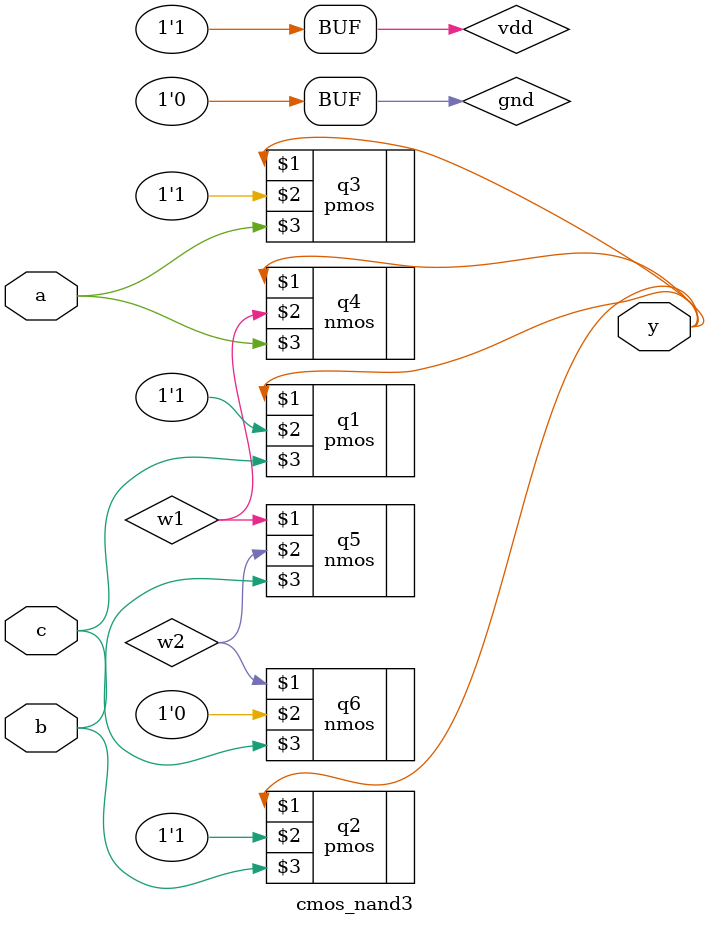
<source format=v>
module cmos_nand3(input a, b, c, output y);
	wire w1, w2;
	supply1 vdd;
	supply0 gnd;

	pmos q1(y, vdd, c);
	pmos q2(y, vdd, b);
	pmos q3(y, vdd, a);

	nmos q4(y, w1, a);
	nmos q5(w1, w2, b);
	nmos q6(w2, gnd, c);
endmodule


</source>
